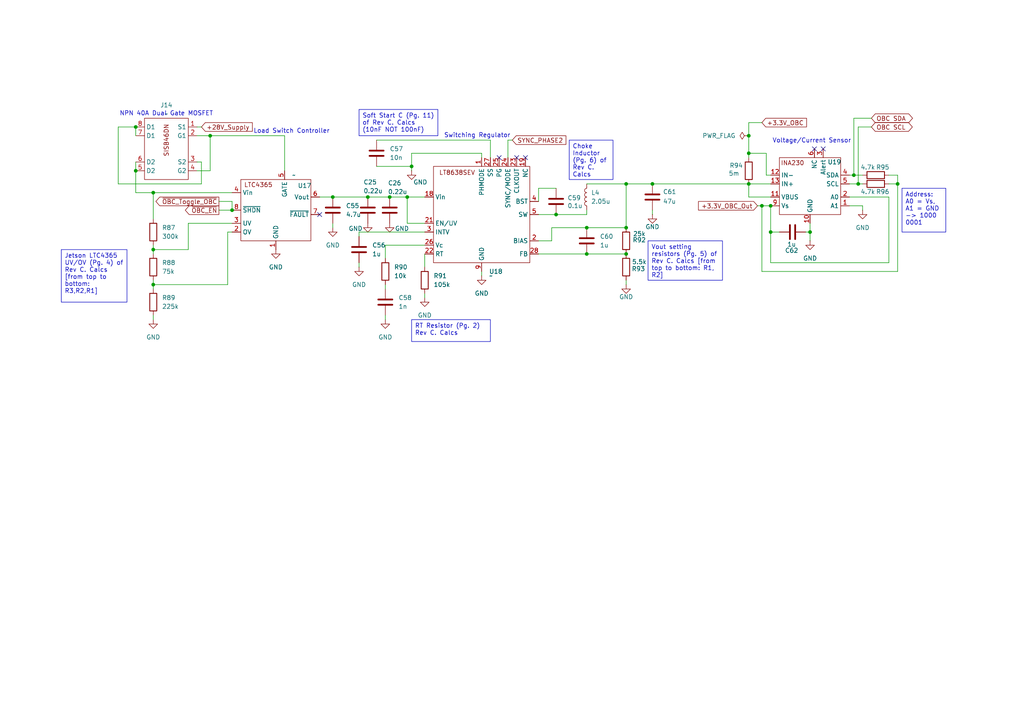
<source format=kicad_sch>
(kicad_sch (version 20250114) (generator "eeschema") (generator_version "9.0")
  (paper "A4")
  (lib_symbols
    (symbol "Device:C" (pin_numbers (hide yes)) (pin_names (offset 0.254))
      (property "Reference" "C" (at 0.635 2.54 0))
      (property "Value" "C" (at 0.635 -2.54 0))
      (symbol "C_0_1"
        (polyline (pts (xy -2.032 0.762) (xy 2.032 0.762)) (stroke (width 0.508)))
        (polyline (pts (xy -2.032 -0.762) (xy 2.032 -0.762)) (stroke (width 0.508)))
      )
      (symbol "C_1_1"
        (pin passive line (at 0 3.81 270) (length 2.794) (name "~") (number "1"))
        (pin passive line (at 0 -3.81 90) (length 2.794) (name "~") (number "2"))
      )
    )
    (symbol "Device:L" (pin_numbers (hide yes)) (pin_names (offset 1.016) (hide yes))
      (property "Reference" "L" (at -1.27 0 90))
      (property "Value" "L" (at 1.905 0 90))
      (symbol "L_0_1"
        (arc (start 0 2.54) (mid 0.6323 1.905) (end 0 1.27))
        (arc (start 0 1.27) (mid 0.6323 0.635) (end 0 0))
        (arc (start 0 0) (mid 0.6323 -0.635) (end 0 -1.27))
        (arc (start 0 -1.27) (mid 0.6323 -1.905) (end 0 -2.54))
      )
      (symbol "L_1_1"
        (pin passive line (at 0 3.81 270) (length 1.27) (name "1") (number "1"))
        (pin passive line (at 0 -3.81 90) (length 1.27) (name "2") (number "2"))
      )
    )
    (symbol "Device:R" (pin_numbers (hide yes)) (pin_names (offset 0))
      (property "Reference" "R" (at 2.032 0 90))
      (property "Value" "R" (at 0 0 90))
      (symbol "R_0_1"
        (rectangle (start -1.016 -2.54) (end 1.016 2.54) (stroke (width 0.254)))
      )
      (symbol "R_1_1"
        (pin passive line (at 0 3.81 270) (length 1.27) (name "~") (number "1"))
        (pin passive line (at 0 -3.81 90) (length 1.27) (name "~") (number "2"))
      )
    )
    (symbol "INA230:INA230 [RGT PACKAGE]"
      (property "Reference" "U" (at 7.62 7.62 0))
      (property "Value" "INA230" (at 0 0 0))
      (symbol "INA230 [RGT PACKAGE]_0_1"
        (rectangle (start -8.89 8.89) (end 8.89 -7.62))
      )
      (symbol "INA230 [RGT PACKAGE]_1_1"
        (text "INA230" (at -5.08 7.366 0) (effects (font (size 1.27 1.27))))
        (pin input line (at -11.43 3.81 0) (length 2.54) (name "IN-") (number "12"))
        (pin input line (at -11.43 1.27 0) (length 2.54) (name "IN+") (number "13"))
        (pin input line (at -11.43 -2.54 0) (length 2.54) (name "VBUS") (number "11"))
        (pin power_in line (at -11.43 -5.08 0) (length 2.54) (name "Vs") (number "9"))
        (pin power_in line (at 0 -10.16 90) (length 2.54) (name "GND") (number "10"))
        (pin passive line (at 1.27 11.43 270) (length 2.54) (name "NC") (number "6"))
        (pin output line (at 3.81 11.43 270) (length 2.54) (name "Alert") (number "3"))
        (pin bidirectional line (at 11.43 3.81 180) (length 2.54) (name "SDA") (number "4"))
        (pin bidirectional line (at 11.43 1.27 180) (length 2.54) (name "SCL") (number "5"))
        (pin input line (at 11.43 -2.54 180) (length 2.54) (name "A0") (number "2"))
        (pin input line (at 11.43 -5.08 180) (length 2.54) (name "A1") (number "1"))
      )
    )
    (symbol "LT8638SEV#PBF:LT863SEV#PBF"
      (property "Reference" "U" (at 12.954 -2.286 0))
      (symbol "LT863SEV#PBF_0_1"
        (rectangle (start -13.97 15.24) (end 13.97 -12.7))
      )
      (symbol "LT863SEV#PBF_1_1"
        (text "LT8638SEV\n" (at -7.112 13.462 0) (effects (font (size 1.27 1.27))))
        (pin power_in line (at -16.51 6.35 0) (length 2.54) (name "Vin") (number "18"))
        (pin input line (at -16.51 -1.27 0) (length 2.54) (name "EN/UV") (number "21"))
        (pin input line (at -16.51 -3.81 0) (length 2.54) (name "INTV") (number "3"))
        (pin input line (at -16.51 -7.62 0) (length 2.54) (name "Vc") (number "26"))
        (pin passive line (at -16.51 -10.16 0) (length 2.54) (name "RT") (number "22"))
        (pin passive line (at 0 17.78 270) (length 2.54) (name "PHMODE") (number "1"))
        (pin power_in line (at 0 -15.24 90) (length 2.54) (name "GND") (number "9"))
        (pin passive line (at 2.54 17.78 270) (length 2.54) (name "SS") (number "27"))
        (pin passive line (at 5.08 17.78 270) (length 2.54) (name "PG") (number "25"))
        (pin passive line (at 7.62 17.78 270) (length 2.54) (name "SYNC/MODE") (number "24"))
        (pin passive line (at 10.16 17.78 270) (length 2.54) (name "CLKOUT") (number "23"))
        (pin passive line (at 12.7 17.78 270) (length 2.54) (name "NC") (number "19"))
        (pin power_out line (at 16.51 5.08 180) (length 2.54) (name "BST") (number "4"))
        (pin power_out line (at 16.51 1.27 180) (length 2.54) (name "SW") (number "5"))
        (pin power_out line (at 16.51 -6.35 180) (length 2.54) (name "BIAS") (number "2"))
        (pin power_out line (at 16.51 -10.16 180) (length 2.54) (name "FB") (number "28"))
      )
    )
    (symbol "LTC4365:LTC4365"
      (property "Reference" "U" (at 7.874 -7.874 0))
      (symbol "LTC4365_0_1"
        (rectangle (start -11.43 8.89) (end 8.89 -8.89))
      )
      (symbol "LTC4365_1_1"
        (text "LTC4365\n" (at -6.35 7.366 0) (effects (font (size 1.27 1.27))))
        (pin power_in line (at -13.97 5.08 0) (length 2.54) (name "Vin") (number "4"))
        (pin passive line (at -13.97 0 0) (length 2.54) (name "~{SHDN}") (number "8"))
        (pin input line (at -13.97 -3.81 0) (length 2.54) (name "UV") (number "3"))
        (pin input line (at -13.97 -6.35 0) (length 2.54) (name "OV") (number "2"))
        (pin power_in line (at -1.27 -11.43 90) (length 2.54) (name "GND") (number "1"))
        (pin output line (at 1.27 11.43 270) (length 2.54) (name "GATE") (number "5"))
        (pin power_out line (at 11.43 3.81 180) (length 2.54) (name "Vout") (number "6"))
        (pin output line (at 11.43 -1.27 180) (length 2.54) (name "~{FAULT}") (number "7"))
      )
    )
    (symbol "SISB46DN:SISB46DN"
      (property "Reference" "J" (at 10.16 -5.08 0))
      (symbol "SISB46DN_0_1"
        (rectangle (start -8.89 6.3499) (end 8.89 -6.3499))
      )
      (symbol "SISB46DN_1_1"
        (text "SISB46DN\n" (at 2.54 0 0) (effects (font (size 1.27 1.27))))
        (pin power_out line (at -6.35 8.89 270) (length 2.54) (name "D2") (number "5"))
        (pin input line (at -6.35 -8.89 90) (length 2.54) (name "G2") (number "4"))
        (pin passive line (at -3.81 8.89 270) (length 2.54) (name "D2") (number "6"))
        (pin power_in line (at -3.81 -8.89 90) (length 2.54) (name "S2") (number "3"))
        (pin passive line (at 3.81 8.89 270) (length 2.54) (name "D1") (number "7"))
        (pin input line (at 3.81 -8.89 90) (length 2.54) (name "G1") (number "2"))
        (pin power_out line (at 6.35 8.89 270) (length 2.54) (name "D1") (number "8"))
        (pin power_in line (at 6.35 -8.89 90) (length 2.54) (name "S1") (number "1"))
      )
    )
    (symbol "power:GND" (power) (pin_numbers (hide yes)) (pin_names (offset 0) (hide yes))
      (property "Value" "GND" (at 0 -3.81 0))
      (symbol "GND_0_1"
        (polyline (pts (xy 0 0) (xy 0 -1.27) (xy 1.27 -1.27) (xy 0 -2.54) (xy -1.27 -1.27) (xy 0 -1.27)))
      )
      (symbol "GND_1_1"
        (pin power_in line (at 0 0 270) (length 0) (name "~") (number "1"))
      )
    )
    (symbol "power:PWR_FLAG" (power) (pin_numbers (hide yes)) (pin_names (offset 0) (hide yes))
      (property "Value" "PWR_FLAG" (at 0 3.81 0))
      (symbol "PWR_FLAG_0_0"
        (pin power_out line (at 0 0 90) (length 0) (name "~") (number "1"))
      )
      (symbol "PWR_FLAG_0_1"
        (polyline (pts (xy 0 0) (xy 0 1.27) (xy -1.016 1.905) (xy 0 2.54) (xy 1.016 1.905) (xy 0 1.27)))
      )
    )
  )
  (text "Switching Regulator" (at 138.43 39.37 0) (effects (font (size 1.27 1.27))))
  (text "Voltage/Current Sensor" (at 235.458 40.894 0) (effects (font (size 1.27 1.27))))
  (text "NPN 40A Dual Gate MOSFET" (at 48.26 33.02 0) (effects (font (size 1.27 1.27))))
  (text "Load Switch Controller" (at 84.582 38.1 0) (effects (font (size 1.27 1.27))))
  (text_box "Soft Start C (Pg. 11) of Rev C. Calcs (10nF NOT 100nF)" (at 104.14 31.75 0) (size 22.86 7.62) (margins 0.9525 0.9525 0.9525 0.9525) (effects (font (size 1.27 1.27)) (justify left top)))
  (text_box "RT Resistor (Pg. 2) Rev C. Calcs" (at 119.38 92.71 0) (size 22.86 6.35) (margins 0.9525 0.9525 0.9525 0.9525) (effects (font (size 1.27 1.27)) (justify left top)))
  (text_box "Choke Inductor (Pg. 6) of Rev C. Calcs" (at 165.1 40.64 0) (size 12.7 11.43) (margins 0.9525 0.9525 0.9525 0.9525) (effects (font (size 1.27 1.27)) (justify left top)))
  (text_box "Vout setting resistors (Pg. 5) of Rev C. Calcs [from top to bottom: R1, R2]" (at 187.96 69.85 0) (size 21.59 11.43) (margins 0.9525 0.9525 0.9525 0.9525) (effects (font (size 1.27 1.27)) (justify left top)))
  (text_box "Jetson LTC4365 UV/OV (Pg. 4) of Rev C. Calcs [from top to bottom: R3,R2,R1]" (at 17.78 72.39 0) (size 19.05 15.24) (margins 0.9525 0.9525 0.9525 0.9525) (effects (font (size 1.27 1.27)) (justify left top)))
  (text_box "Address: A0 = Vs, A1 = GND -> 1000 0001\n" (at 261.62 54.61 0) (size 12.7 12.7) (margins 0.9525 0.9525 0.9525 0.9525) (effects (font (size 1.27 1.27)) (justify left top)))
  (junction (at 44.45 55.88))
  (junction (at 234.95 67.31))
  (junction (at 181.61 66.04))
  (junction (at 39.37 36.83))
  (junction (at 39.37 49.53))
  (junction (at 170.18 66.04))
  (junction (at 44.45 72.39))
  (junction (at 113.03 57.15))
  (junction (at 44.45 82.55))
  (junction (at 223.52 67.31))
  (junction (at 189.23 53.34))
  (junction (at 106.68 57.15))
  (junction (at 220.98 59.69))
  (junction (at 119.38 48.26))
  (junction (at 247.65 50.8))
  (junction (at 118.11 57.15))
  (junction (at 217.17 39.37))
  (junction (at 181.61 73.66))
  (junction (at 248.92 53.34))
  (junction (at 60.96 39.37))
  (junction (at 260.35 53.34))
  (junction (at 170.18 73.66))
  (junction (at 96.52 57.15))
  (junction (at 217.17 44.45))
  (junction (at 161.29 62.23))
  (junction (at 67.31 60.96))
  (junction (at 223.52 59.69))
  (junction (at 181.61 53.34))
  (junction (at 217.17 53.34))
  (no_connect (at 236.22 43.18))
  (no_connect (at 144.78 45.72))
  (no_connect (at 149.86 45.72))
  (no_connect (at 92.71 62.23))
  (no_connect (at 152.4 45.72))
  (no_connect (at 238.76 43.18))
  (wire (pts (xy 123.19 71.12) (xy 111.76 71.12)))
  (wire (pts (xy 246.38 57.15) (xy 257.81 57.15)))
  (wire (pts (xy 257.81 53.34) (xy 260.35 53.34)))
  (wire (pts (xy 54.61 64.77) (xy 67.31 64.77)))
  (wire (pts (xy 96.52 64.77) (xy 96.52 66.04)))
  (wire (pts (xy 189.23 53.34) (xy 217.17 53.34)))
  (wire (pts (xy 44.45 71.12) (xy 44.45 72.39)))
  (wire (pts (xy 123.19 73.66) (xy 123.19 77.47)))
  (wire (pts (xy 156.21 62.23) (xy 161.29 62.23)))
  (wire (pts (xy 82.55 39.37) (xy 82.55 49.53)))
  (wire (pts (xy 111.76 82.55) (xy 111.76 83.82)))
  (wire (pts (xy 44.45 72.39) (xy 44.45 73.66)))
  (wire (pts (xy 248.92 36.83) (xy 252.73 36.83)))
  (wire (pts (xy 44.45 82.55) (xy 44.45 83.82)))
  (wire (pts (xy 39.37 49.53) (xy 39.37 55.88)))
  (wire (pts (xy 148.59 40.64) (xy 147.32 40.64)))
  (wire (pts (xy 34.29 53.34) (xy 58.42 53.34)))
  (wire (pts (xy 34.29 36.83) (xy 34.29 53.34)))
  (wire (pts (xy 248.92 53.34) (xy 250.19 53.34)))
  (wire (pts (xy 139.7 44.45) (xy 139.7 45.72)))
  (wire (pts (xy 181.61 53.34) (xy 181.61 66.04)))
  (wire (pts (xy 63.5 60.96) (xy 67.31 60.96)))
  (wire (pts (xy 104.14 67.31) (xy 123.19 67.31)))
  (wire (pts (xy 106.68 57.15) (xy 113.03 57.15)))
  (wire (pts (xy 222.25 50.8) (xy 223.52 50.8)))
  (wire (pts (xy 217.17 39.37) (xy 217.17 35.56)))
  (wire (pts (xy 44.45 55.88) (xy 67.31 55.88)))
  (wire (pts (xy 156.21 69.85) (xy 160.02 69.85)))
  (wire (pts (xy 248.92 53.34) (xy 248.92 36.83)))
  (wire (pts (xy 39.37 36.83) (xy 39.37 39.37)))
  (wire (pts (xy 220.98 78.74) (xy 260.35 78.74)))
  (wire (pts (xy 66.04 67.31) (xy 67.31 67.31)))
  (wire (pts (xy 44.45 81.28) (xy 44.45 82.55)))
  (wire (pts (xy 257.81 76.2) (xy 257.81 57.15)))
  (wire (pts (xy 39.37 55.88) (xy 44.45 55.88)))
  (wire (pts (xy 58.42 36.83) (xy 57.15 36.83)))
  (wire (pts (xy 161.29 62.23) (xy 170.18 62.23)))
  (wire (pts (xy 234.95 67.31) (xy 234.95 64.77)))
  (wire (pts (xy 217.17 53.34) (xy 223.52 53.34)))
  (wire (pts (xy 118.11 64.77) (xy 118.11 57.15)))
  (wire (pts (xy 217.17 44.45) (xy 217.17 39.37)))
  (wire (pts (xy 54.61 64.77) (xy 54.61 72.39)))
  (wire (pts (xy 217.17 44.45) (xy 222.25 44.45)))
  (wire (pts (xy 123.19 64.77) (xy 118.11 64.77)))
  (wire (pts (xy 39.37 46.99) (xy 39.37 49.53)))
  (wire (pts (xy 44.45 72.39) (xy 54.61 72.39)))
  (wire (pts (xy 104.14 68.58) (xy 104.14 67.31)))
  (wire (pts (xy 217.17 53.34) (xy 217.17 57.15)))
  (wire (pts (xy 96.52 57.15) (xy 106.68 57.15)))
  (wire (pts (xy 220.98 59.69) (xy 223.52 59.69)))
  (wire (pts (xy 260.35 53.34) (xy 260.35 50.8)))
  (wire (pts (xy 217.17 35.56) (xy 220.98 35.56)))
  (wire (pts (xy 111.76 91.44) (xy 111.76 92.71)))
  (wire (pts (xy 217.17 44.45) (xy 217.17 45.72)))
  (wire (pts (xy 57.15 46.99) (xy 58.42 46.99)))
  (wire (pts (xy 217.17 57.15) (xy 223.52 57.15)))
  (wire (pts (xy 246.38 59.69) (xy 250.19 59.69)))
  (wire (pts (xy 58.42 53.34) (xy 58.42 46.99)))
  (wire (pts (xy 223.52 67.31) (xy 223.52 76.2)))
  (wire (pts (xy 233.68 67.31) (xy 234.95 67.31)))
  (wire (pts (xy 222.25 44.45) (xy 222.25 50.8)))
  (wire (pts (xy 60.96 39.37) (xy 82.55 39.37)))
  (wire (pts (xy 219.71 59.69) (xy 220.98 59.69)))
  (wire (pts (xy 119.38 44.45) (xy 119.38 48.26)))
  (wire (pts (xy 247.65 34.29) (xy 252.73 34.29)))
  (wire (pts (xy 119.38 49.53) (xy 119.38 48.26)))
  (wire (pts (xy 139.7 44.45) (xy 119.38 44.45)))
  (wire (pts (xy 246.38 53.34) (xy 248.92 53.34)))
  (wire (pts (xy 181.61 53.34) (xy 170.18 53.34)))
  (wire (pts (xy 66.04 82.55) (xy 66.04 67.31)))
  (wire (pts (xy 260.35 50.8) (xy 257.81 50.8)))
  (wire (pts (xy 142.24 40.64) (xy 109.22 40.64)))
  (wire (pts (xy 113.03 57.15) (xy 118.11 57.15)))
  (wire (pts (xy 189.23 60.96) (xy 189.23 62.23)))
  (wire (pts (xy 181.61 82.55) (xy 181.61 81.28)))
  (wire (pts (xy 156.21 54.61) (xy 161.29 54.61)))
  (wire (pts (xy 147.32 40.64) (xy 147.32 45.72)))
  (wire (pts (xy 44.45 91.44) (xy 44.45 92.71)))
  (wire (pts (xy 63.5 58.42) (xy 67.31 58.42)))
  (wire (pts (xy 44.45 82.55) (xy 66.04 82.55)))
  (wire (pts (xy 160.02 66.04) (xy 160.02 69.85)))
  (wire (pts (xy 109.22 48.26) (xy 119.38 48.26)))
  (wire (pts (xy 60.96 39.37) (xy 60.96 49.53)))
  (wire (pts (xy 223.52 59.69) (xy 223.52 67.31)))
  (wire (pts (xy 223.52 76.2) (xy 257.81 76.2)))
  (wire (pts (xy 142.24 45.72) (xy 142.24 40.64)))
  (wire (pts (xy 156.21 58.42) (xy 156.21 54.61)))
  (wire (pts (xy 247.65 50.8) (xy 250.19 50.8)))
  (wire (pts (xy 92.71 57.15) (xy 96.52 57.15)))
  (wire (pts (xy 260.35 78.74) (xy 260.35 53.34)))
  (wire (pts (xy 181.61 53.34) (xy 189.23 53.34)))
  (wire (pts (xy 250.19 59.69) (xy 250.19 60.96)))
  (wire (pts (xy 170.18 66.04) (xy 181.61 66.04)))
  (wire (pts (xy 220.98 59.69) (xy 220.98 78.74)))
  (wire (pts (xy 44.45 55.88) (xy 44.45 63.5)))
  (wire (pts (xy 160.02 66.04) (xy 170.18 66.04)))
  (wire (pts (xy 246.38 50.8) (xy 247.65 50.8)))
  (wire (pts (xy 123.19 85.09) (xy 123.19 86.36)))
  (wire (pts (xy 118.11 57.15) (xy 123.19 57.15)))
  (wire (pts (xy 39.37 36.83) (xy 34.29 36.83)))
  (wire (pts (xy 223.52 67.31) (xy 226.06 67.31)))
  (wire (pts (xy 170.18 62.23) (xy 170.18 60.96)))
  (wire (pts (xy 139.7 78.74) (xy 139.7 80.01)))
  (wire (pts (xy 57.15 39.37) (xy 60.96 39.37)))
  (wire (pts (xy 67.31 58.42) (xy 67.31 60.96)))
  (wire (pts (xy 104.14 76.2) (xy 104.14 77.47)))
  (wire (pts (xy 170.18 73.66) (xy 181.61 73.66)))
  (wire (pts (xy 234.95 69.85) (xy 234.95 67.31)))
  (wire (pts (xy 156.21 73.66) (xy 170.18 73.66)))
  (wire (pts (xy 111.76 71.12) (xy 111.76 74.93)))
  (wire (pts (xy 247.65 50.8) (xy 247.65 34.29)))
  (wire (pts (xy 57.15 49.53) (xy 60.96 49.53)))
  (global_label "SYNC_PHASE2" (shape input) (at 148.59 40.64 0) (property "Intersheetrefs" "${INTERSHEET_REFS}" (effects (hide yes))))
  (global_label "~{OBC_Toggle_OBC}" (shape output) (at 63.5 58.42 180) (property "Intersheetrefs" "${INTERSHEET_REFS}" (effects (hide yes))))
  (global_label "+3.3V_OBC_Out" (shape input) (at 219.71 59.69 180) (property "Intersheetrefs" "${INTERSHEET_REFS}" (effects (hide yes))))
  (global_label "OBC SDA" (shape bidirectional) (at 252.73 34.29 0) (property "Intersheetrefs" "${INTERSHEET_REFS}" (effects (hide yes))))
  (global_label "OBC SCL" (shape bidirectional) (at 252.73 36.83 0) (property "Intersheetrefs" "${INTERSHEET_REFS}" (effects (hide yes))))
  (global_label "~{OBC_EN}" (shape output) (at 63.5 60.96 180) (property "Intersheetrefs" "${INTERSHEET_REFS}" (effects (hide yes))))
  (global_label "+3.3V_OBC" (shape input) (at 220.98 35.56 0) (property "Intersheetrefs" "${INTERSHEET_REFS}" (effects (hide yes))))
  (global_label "+28V_Supply" (shape input) (at 58.42 36.83 0) (property "Intersheetrefs" "${INTERSHEET_REFS}" (effects (hide yes))))
  (symbol (lib_id "power:GND") (at 111.76 92.71 0) (unit 1)
    (property "Reference" "#PWR084" (effects (hide yes)))
    (property "Value" "GND" (at 111.76 97.79 0))
    (property "Description" "Power symbol creates a global label with name \"GND\" , ground" (effects (hide yes)))
  )
  (symbol (lib_id "power:GND") (at 104.14 77.47 0) (unit 1)
    (property "Reference" "#PWR083" (effects (hide yes)))
    (property "Value" "GND" (at 104.14 82.55 0))
    (property "Description" "Power symbol creates a global label with name \"GND\" , ground" (effects (hide yes)))
  )
  (symbol (lib_id "Device:R") (at 254 53.34 90) (unit 1)
    (property "Reference" "R96" (at 256.032 55.626 90))
    (property "Value" "4.7k" (at 251.714 55.626 90))
    (property "Footprint" "Resistor_SMD:R_0603_1608Metric" (effects (hide yes)))
    (property "Description" "Resistor" (effects (hide yes)))
  )
  (symbol (lib_id "power:GND") (at 189.23 62.23 0) (unit 1)
    (property "Reference" "#PWR089" (effects (hide yes)))
    (property "Value" "GND" (at 189.23 65.786 0))
    (property "Description" "Power symbol creates a global label with name \"GND\" , ground" (effects (hide yes)))
  )
  (symbol (lib_id "power:GND") (at 44.45 92.71 0) (unit 1)
    (property "Reference" "#PWR080" (effects (hide yes)))
    (property "Value" "GND" (at 44.45 97.79 0))
    (property "Description" "Power symbol creates a global label with name \"GND\" , ground" (effects (hide yes)))
  )
  (symbol (lib_id "LT8638SEV#PBF:LT863SEV#PBF") (at 139.7 63.5 0) (unit 1)
    (property "Reference" "U18" (at 141.8433 78.74 0) (effects (justify left)))
    (property "Value" "~" (at 141.8433 80.01 0) (effects (justify left)))
    (property "Footprint" "RevC Footprints:LT8638SEVPBF" (effects (hide yes)))
    (property "Datasheet" "https://www.mouser.com/datasheet/2/609/lt8638s-2301712.pdf" (effects (hide yes)))
    (property "Description" "42V, 10A/12A Peak Synchronous Step-Down Silent Switcher 2" (effects (hide yes)))
  )
  (symbol (lib_id "Device:C") (at 113.03 60.96 0) (unit 1)
    (property "Reference" "C26" (at 112.522 53.086 0) (effects (justify left)))
    (property "Value" "0.22u" (at 112.522 55.626 0) (effects (justify left)))
    (property "Footprint" "Capacitor_SMD:C_0603_1608Metric" (effects (hide yes)))
    (property "Description" "Unpolarized capacitor" (effects (hide yes)))
  )
  (symbol (lib_id "power:GND") (at 123.19 86.36 0) (unit 1)
    (property "Reference" "#PWR086" (effects (hide yes)))
    (property "Value" "GND" (at 123.19 91.44 0))
    (property "Description" "Power symbol creates a global label with name \"GND\" , ground" (effects (hide yes)))
  )
  (symbol (lib_id "SISB46DN:SISB46DN") (at 48.26 43.18 90) (unit 1)
    (property "Reference" "J14" (at 48.26 30.48 90))
    (property "Value" "~" (at 48.26 33.02 90))
    (property "Footprint" "RevC Footprints:MOSFET_DN-T1-GE3_VIS" (effects (hide yes)))
    (property "Datasheet" "https://www.vishay.com/docs/76655/sisb46dn.pdf" (effects (hide yes)))
    (property "Description" "Dual N-Channel 40V (D-S) MOSFET" (effects (hide yes)))
  )
  (symbol (lib_id "Device:C") (at 161.29 58.42 0) (unit 1)
    (property "Reference" "C59" (at 164.592 57.404 0) (effects (justify left)))
    (property "Value" "0.1u" (at 164.592 59.69 0) (effects (justify left)))
    (property "Footprint" "Capacitor_SMD:C_0603_1608Metric" (effects (hide yes)))
    (property "Description" "Unpolarized capacitor" (effects (hide yes)))
  )
  (symbol (lib_id "power:PWR_FLAG") (at 217.17 39.37 90) (unit 1)
    (property "Reference" "#FLG09" (effects (hide yes)))
    (property "Value" "PWR_FLAG" (at 213.36 39.3699 90) (effects (justify left)))
    (property "Description" "Special symbol for telling ERC where power comes from" (effects (hide yes)))
  )
  (symbol (lib_id "Device:C") (at 96.52 60.96 0) (unit 1)
    (property "Reference" "C55" (at 100.33 59.6899 0) (effects (justify left)))
    (property "Value" "4.7u" (at 100.33 62.2299 0) (effects (justify left)))
    (property "Footprint" "Capacitor_SMD:C_0603_1608Metric" (effects (hide yes)))
    (property "Description" "Unpolarized capacitor" (effects (hide yes)))
  )
  (symbol (lib_id "power:GND") (at 139.7 80.01 0) (unit 1)
    (property "Reference" "#PWR087" (effects (hide yes)))
    (property "Value" "GND" (at 139.7 85.09 0))
    (property "Description" "Power symbol creates a global label with name \"GND\" , ground" (effects (hide yes)))
  )
  (symbol (lib_id "Device:L") (at 170.18 57.15 180) (unit 1)
    (property "Reference" "L4" (at 171.45 55.8799 0) (effects (justify right)))
    (property "Value" "2.05u" (at 171.45 58.4199 0) (effects (justify right)))
    (property "Footprint" "Inductor_SMD:L_0603_1608Metric" (effects (hide yes)))
    (property "Description" "Inductor" (effects (hide yes)))
  )
  (symbol (lib_id "Device:C") (at 170.18 69.85 0) (unit 1)
    (property "Reference" "C60" (at 173.99 68.5799 0) (effects (justify left)))
    (property "Value" "1u" (at 173.99 71.1199 0) (effects (justify left)))
    (property "Footprint" "Capacitor_SMD:C_0603_1608Metric" (effects (hide yes)))
    (property "Description" "Unpolarized capacitor" (effects (hide yes)))
  )
  (symbol (lib_id "power:GND") (at 113.03 64.77 0) (unit 1)
    (property "Reference" "#PWR055" (effects (hide yes)))
    (property "Value" "GND" (at 116.586 66.294 0))
    (property "Description" "Power symbol creates a global label with name \"GND\" , ground" (effects (hide yes)))
  )
  (symbol (lib_id "power:GND") (at 119.38 49.53 0) (unit 1)
    (property "Reference" "#PWR085" (effects (hide yes)))
    (property "Value" "GND" (at 121.92 52.832 0))
    (property "Description" "Power symbol creates a global label with name \"GND\" , ground" (effects (hide yes)))
  )
  (symbol (lib_id "Device:R") (at 217.17 49.53 0) (unit 1)
    (property "Reference" "R94" (at 211.582 48.006 0) (effects (justify left)))
    (property "Value" "5m" (at 211.328 50.292 0) (effects (justify left)))
    (property "Footprint" "Resistor_SMD:R_0603_1608Metric" (effects (hide yes)))
    (property "Description" "Resistor" (effects (hide yes)))
  )
  (symbol (lib_id "power:GND") (at 234.95 69.85 0) (unit 1)
    (property "Reference" "#PWR090" (effects (hide yes)))
    (property "Value" "GND" (at 234.95 74.93 0))
    (property "Description" "Power symbol creates a global label with name \"GND\" , ground" (effects (hide yes)))
  )
  (symbol (lib_id "Device:R") (at 44.45 77.47 0) (unit 1)
    (property "Reference" "R88" (at 46.99 76.1999 0) (effects (justify left)))
    (property "Value" "75k" (at 46.99 78.7399 0) (effects (justify left)))
    (property "Footprint" "Resistor_SMD:R_0603_1608Metric" (effects (hide yes)))
    (property "Description" "Resistor" (effects (hide yes)))
  )
  (symbol (lib_id "power:GND") (at 250.19 60.96 0) (unit 1)
    (property "Reference" "#PWR091" (effects (hide yes)))
    (property "Value" "GND" (at 250.19 66.04 0))
    (property "Description" "Power symbol creates a global label with name \"GND\" , ground" (effects (hide yes)))
  )
  (symbol (lib_id "LTC4365:LTC4365") (at 81.28 60.96 0) (unit 1)
    (property "Reference" "U17" (at 86.36 53.848 0) (effects (justify left)))
    (property "Value" "~" (at 84.6933 50.8 0) (effects (justify left)))
    (property "Footprint" "RevC Footprints:LTC4365" (effects (hide yes)))
    (property "Datasheet" "https://www.analog.com/media/en/technical-documentation/data-sheets/LTC4365.pdf" (effects (hide yes)))
    (property "Description" "Overvoltage, Undervoltage and Reverse Supply Protection Controller" (effects (hide yes)))
  )
  (symbol (lib_id "Device:R") (at 44.45 87.63 0) (unit 1)
    (property "Reference" "R89" (at 46.99 86.3599 0) (effects (justify left)))
    (property "Value" "225k" (at 46.99 88.8999 0) (effects (justify left)))
    (property "Footprint" "Resistor_SMD:R_0603_1608Metric" (effects (hide yes)))
    (property "Description" "Resistor" (effects (hide yes)))
  )
  (symbol (lib_id "Device:C") (at 229.87 67.31 270) (unit 1)
    (property "Reference" "C62" (at 229.616 72.644 90))
    (property "Value" "1u" (at 229.616 70.866 90))
    (property "Footprint" "Capacitor_SMD:C_0603_1608Metric" (effects (hide yes)))
    (property "Description" "Unpolarized capacitor" (effects (hide yes)))
  )
  (symbol (lib_id "Device:C") (at 189.23 57.15 0) (unit 1)
    (property "Reference" "C61" (at 192.278 55.626 0) (effects (justify left)))
    (property "Value" "47u" (at 192.278 58.42 0) (effects (justify left)))
    (property "Footprint" "Capacitor_SMD:C_0603_1608Metric" (effects (hide yes)))
    (property "Description" "Unpolarized capacitor" (effects (hide yes)))
  )
  (symbol (lib_id "power:GND") (at 96.52 66.04 0) (unit 1)
    (property "Reference" "#PWR082" (effects (hide yes)))
    (property "Value" "GND" (at 96.52 71.12 0))
    (property "Description" "Power symbol creates a global label with name \"GND\" , ground" (effects (hide yes)))
  )
  (symbol (lib_id "Device:C") (at 109.22 44.45 0) (unit 1)
    (property "Reference" "C57" (at 113.03 43.1799 0) (effects (justify left)))
    (property "Value" "10n" (at 113.03 45.7199 0) (effects (justify left)))
    (property "Footprint" "Capacitor_SMD:C_0603_1608Metric" (effects (hide yes)))
    (property "Description" "Unpolarized capacitor" (effects (hide yes)))
  )
  (symbol (lib_id "Device:R") (at 111.76 78.74 0) (unit 1)
    (property "Reference" "R90" (at 114.3 77.4699 0) (effects (justify left)))
    (property "Value" "10k" (at 114.3 80.0099 0) (effects (justify left)))
    (property "Footprint" "Resistor_SMD:R_0603_1608Metric" (effects (hide yes)))
    (property "Description" "Resistor" (effects (hide yes)))
  )
  (symbol (lib_id "Device:C") (at 104.14 72.39 0) (unit 1)
    (property "Reference" "C56" (at 107.95 71.1199 0) (effects (justify left)))
    (property "Value" "1u" (at 107.95 73.6599 0) (effects (justify left)))
    (property "Footprint" "Capacitor_SMD:C_0603_1608Metric" (effects (hide yes)))
    (property "Description" "Unpolarized capacitor" (effects (hide yes)))
  )
  (symbol (lib_id "power:GND") (at 80.01 72.39 0) (unit 1)
    (property "Reference" "#PWR081" (effects (hide yes)))
    (property "Value" "GND" (at 80.01 77.47 0))
    (property "Description" "Power symbol creates a global label with name \"GND\" , ground" (effects (hide yes)))
  )
  (symbol (lib_id "power:GND") (at 181.61 82.55 0) (unit 1)
    (property "Reference" "#PWR088" (effects (hide yes)))
    (property "Value" "GND" (at 181.61 86.106 0))
    (property "Description" "Power symbol creates a global label with name \"GND\" , ground" (effects (hide yes)))
  )
  (symbol (lib_id "Device:R") (at 181.61 77.47 0) (unit 1)
    (property "Reference" "R93" (at 185.166 77.978 0))
    (property "Value" "5.5k" (at 185.42 75.946 0))
    (property "Footprint" "Resistor_SMD:R_0603_1608Metric" (effects (hide yes)))
    (property "Description" "Resistor" (effects (hide yes)))
  )
  (symbol (lib_id "Device:C") (at 111.76 87.63 0) (unit 1)
    (property "Reference" "C58" (at 115.57 86.3599 0) (effects (justify left)))
    (property "Value" "1n" (at 115.57 88.8999 0) (effects (justify left)))
    (property "Footprint" "Capacitor_SMD:C_0603_1608Metric" (effects (hide yes)))
    (property "Description" "Unpolarized capacitor" (effects (hide yes)))
  )
  (symbol (lib_id "Device:R") (at 123.19 81.28 0) (unit 1)
    (property "Reference" "R91" (at 125.73 80.0099 0) (effects (justify left)))
    (property "Value" "105k" (at 125.73 82.5499 0) (effects (justify left)))
    (property "Footprint" "Resistor_SMD:R_0603_1608Metric" (effects (hide yes)))
    (property "Description" "Resistor" (effects (hide yes)))
  )
  (symbol (lib_id "Device:R") (at 44.45 67.31 0) (unit 1)
    (property "Reference" "R87" (at 46.99 66.0399 0) (effects (justify left)))
    (property "Value" "300k" (at 46.99 68.5799 0) (effects (justify left)))
    (property "Footprint" "Resistor_SMD:R_0603_1608Metric" (effects (hide yes)))
    (property "Description" "Resistor" (effects (hide yes)))
  )
  (symbol (lib_id "INA230:INA230 [RGT PACKAGE]") (at 234.95 54.61 0) (unit 1)
    (property "Reference" "U19" (at 240.03 46.99 0) (effects (justify left)))
    (property "Value" "INA230" (effects (hide yes)))
    (property "Footprint" "RevC Footprints:INA230AIRGTT" (effects (hide yes)))
    (property "Datasheet" "https://www.ti.com/lit/ds/symlink/ina230.pdf?ts=1739195723292" (effects (hide yes)))
    (property "Description" "INA230 36V, 16-Bit, I2C Output Current, Voltage and Power Monitor With Alert" (effects (hide yes)))
  )
  (symbol (lib_id "Device:R") (at 254 50.8 90) (unit 1)
    (property "Reference" "R95" (at 256.032 48.514 90))
    (property "Value" "4.7k" (at 251.714 48.514 90))
    (property "Footprint" "Resistor_SMD:R_0603_1608Metric" (effects (hide yes)))
    (property "Description" "Resistor" (effects (hide yes)))
  )
  (symbol (lib_id "power:GND") (at 106.68 64.77 0) (unit 1)
    (property "Reference" "#PWR054" (effects (hide yes)))
    (property "Value" "GND" (at 103.124 66.294 0))
    (property "Description" "Power symbol creates a global label with name \"GND\" , ground" (effects (hide yes)))
  )
  (symbol (lib_id "Device:R") (at 181.61 69.85 180) (unit 1)
    (property "Reference" "R92" (at 185.42 69.596 0))
    (property "Value" "25k" (at 185.42 67.818 0))
    (property "Footprint" "Resistor_SMD:R_0603_1608Metric" (effects (hide yes)))
    (property "Description" "Resistor" (effects (hide yes)))
  )
  (symbol (lib_id "Device:C") (at 106.68 60.96 0) (unit 1)
    (property "Reference" "C25" (at 105.41 52.832 0) (effects (justify left)))
    (property "Value" "0.22u" (at 105.41 55.372 0) (effects (justify left)))
    (property "Footprint" "Capacitor_SMD:C_0603_1608Metric" (effects (hide yes)))
    (property "Description" "Unpolarized capacitor" (effects (hide yes)))
  )
)
</source>
